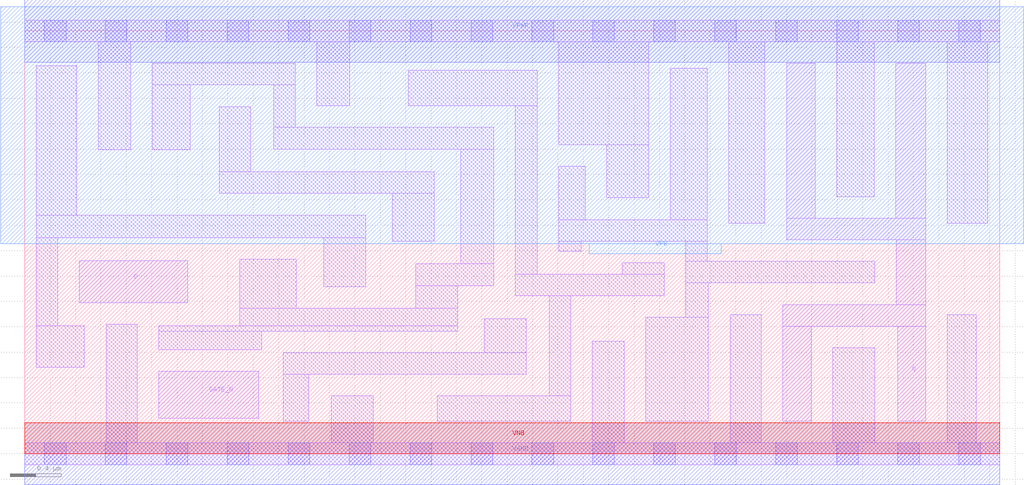
<source format=lef>
# Copyright 2020 The SkyWater PDK Authors
#
# Licensed under the Apache License, Version 2.0 (the "License");
# you may not use this file except in compliance with the License.
# You may obtain a copy of the License at
#
#     https://www.apache.org/licenses/LICENSE-2.0
#
# Unless required by applicable law or agreed to in writing, software
# distributed under the License is distributed on an "AS IS" BASIS,
# WITHOUT WARRANTIES OR CONDITIONS OF ANY KIND, either express or implied.
# See the License for the specific language governing permissions and
# limitations under the License.
#
# SPDX-License-Identifier: Apache-2.0

VERSION 5.7 ;
  NOWIREEXTENSIONATPIN ON ;
  DIVIDERCHAR "/" ;
  BUSBITCHARS "[]" ;
MACRO sky130_fd_sc_lp__dlxtn_4
  CLASS CORE ;
  FOREIGN sky130_fd_sc_lp__dlxtn_4 ;
  ORIGIN  0.000000  0.000000 ;
  SIZE  7.680000 BY  3.330000 ;
  SYMMETRY X Y R90 ;
  SITE unit ;
  PIN D
    ANTENNAGATEAREA  0.159000 ;
    DIRECTION INPUT ;
    USE SIGNAL ;
    PORT
      LAYER li1 ;
        RECT 0.430000 1.190000 1.285000 1.520000 ;
    END
  END D
  PIN Q
    ANTENNADIFFAREA  1.176000 ;
    DIRECTION OUTPUT ;
    USE SIGNAL ;
    PORT
      LAYER li1 ;
        RECT 5.970000 0.255000 6.195000 1.005000 ;
        RECT 5.970000 1.005000 7.095000 1.175000 ;
        RECT 6.000000 1.685000 7.095000 1.855000 ;
        RECT 6.000000 1.855000 6.225000 3.075000 ;
        RECT 6.860000 1.855000 7.095000 3.075000 ;
        RECT 6.865000 1.175000 7.095000 1.685000 ;
        RECT 6.875000 0.255000 7.095000 1.005000 ;
    END
  END Q
  PIN GATE_N
    ANTENNAGATEAREA  0.159000 ;
    DIRECTION INPUT ;
    USE CLOCK ;
    PORT
      LAYER li1 ;
        RECT 1.055000 0.280000 1.845000 0.650000 ;
    END
  END GATE_N
  PIN VGND
    DIRECTION INOUT ;
    USE GROUND ;
    PORT
      LAYER met1 ;
        RECT 0.000000 -0.245000 7.680000 0.245000 ;
    END
  END VGND
  PIN VNB
    DIRECTION INOUT ;
    USE GROUND ;
    PORT
      LAYER pwell ;
        RECT 0.000000 0.000000 7.680000 0.245000 ;
    END
  END VNB
  PIN VPB
    DIRECTION INOUT ;
    USE POWER ;
    PORT
      LAYER nwell ;
        RECT -0.190000 1.655000 7.870000 3.520000 ;
        RECT  4.445000 1.575000 5.485000 1.655000 ;
    END
  END VPB
  PIN VPWR
    DIRECTION INOUT ;
    USE POWER ;
    PORT
      LAYER met1 ;
        RECT 0.000000 3.085000 7.680000 3.575000 ;
    END
  END VPWR
  OBS
    LAYER li1 ;
      RECT 0.000000 -0.085000 7.680000 0.085000 ;
      RECT 0.000000  3.245000 7.680000 3.415000 ;
      RECT 0.090000  0.680000 0.470000 1.010000 ;
      RECT 0.090000  1.010000 0.260000 1.700000 ;
      RECT 0.090000  1.700000 2.685000 1.880000 ;
      RECT 0.090000  1.880000 0.410000 3.055000 ;
      RECT 0.580000  2.395000 0.835000 3.245000 ;
      RECT 0.640000  0.085000 0.885000 1.020000 ;
      RECT 1.005000  2.395000 1.305000 2.905000 ;
      RECT 1.005000  2.905000 2.130000 3.075000 ;
      RECT 1.055000  0.820000 1.865000 0.965000 ;
      RECT 1.055000  0.965000 3.410000 1.010000 ;
      RECT 1.530000  2.050000 3.225000 2.220000 ;
      RECT 1.530000  2.220000 1.780000 2.735000 ;
      RECT 1.695000  1.010000 3.410000 1.145000 ;
      RECT 1.695000  1.145000 2.140000 1.530000 ;
      RECT 1.960000  2.400000 3.695000 2.570000 ;
      RECT 1.960000  2.570000 2.130000 2.905000 ;
      RECT 2.035000  0.255000 2.235000 0.625000 ;
      RECT 2.035000  0.625000 3.950000 0.795000 ;
      RECT 2.300000  2.740000 2.560000 3.245000 ;
      RECT 2.355000  1.315000 2.685000 1.700000 ;
      RECT 2.415000  0.085000 2.745000 0.455000 ;
      RECT 2.895000  1.675000 3.225000 2.050000 ;
      RECT 3.020000  2.740000 4.035000 3.020000 ;
      RECT 3.080000  1.145000 3.410000 1.325000 ;
      RECT 3.080000  1.325000 3.695000 1.495000 ;
      RECT 3.250000  0.255000 4.300000 0.455000 ;
      RECT 3.435000  1.495000 3.695000 2.400000 ;
      RECT 3.620000  0.795000 3.950000 1.065000 ;
      RECT 3.865000  1.245000 5.035000 1.415000 ;
      RECT 3.865000  1.415000 4.035000 2.740000 ;
      RECT 4.130000  0.455000 4.300000 1.245000 ;
      RECT 4.205000  1.595000 4.385000 1.675000 ;
      RECT 4.205000  1.675000 5.375000 1.845000 ;
      RECT 4.205000  1.845000 4.415000 2.265000 ;
      RECT 4.205000  2.435000 4.915000 3.245000 ;
      RECT 4.470000  0.085000 4.720000 0.885000 ;
      RECT 4.585000  2.015000 4.915000 2.435000 ;
      RECT 4.705000  1.415000 5.035000 1.505000 ;
      RECT 4.890000  0.255000 5.385000 1.075000 ;
      RECT 5.085000  1.845000 5.375000 3.035000 ;
      RECT 5.205000  1.075000 5.385000 1.345000 ;
      RECT 5.205000  1.345000 6.695000 1.515000 ;
      RECT 5.205000  1.515000 5.375000 1.675000 ;
      RECT 5.545000  1.815000 5.830000 3.245000 ;
      RECT 5.555000  0.085000 5.800000 1.095000 ;
      RECT 6.365000  0.085000 6.695000 0.835000 ;
      RECT 6.395000  2.025000 6.690000 3.245000 ;
      RECT 7.265000  0.085000 7.495000 1.095000 ;
      RECT 7.265000  1.815000 7.585000 3.245000 ;
    LAYER mcon ;
      RECT 0.155000 -0.085000 0.325000 0.085000 ;
      RECT 0.155000  3.245000 0.325000 3.415000 ;
      RECT 0.635000 -0.085000 0.805000 0.085000 ;
      RECT 0.635000  3.245000 0.805000 3.415000 ;
      RECT 1.115000 -0.085000 1.285000 0.085000 ;
      RECT 1.115000  3.245000 1.285000 3.415000 ;
      RECT 1.595000 -0.085000 1.765000 0.085000 ;
      RECT 1.595000  3.245000 1.765000 3.415000 ;
      RECT 2.075000 -0.085000 2.245000 0.085000 ;
      RECT 2.075000  3.245000 2.245000 3.415000 ;
      RECT 2.555000 -0.085000 2.725000 0.085000 ;
      RECT 2.555000  3.245000 2.725000 3.415000 ;
      RECT 3.035000 -0.085000 3.205000 0.085000 ;
      RECT 3.035000  3.245000 3.205000 3.415000 ;
      RECT 3.515000 -0.085000 3.685000 0.085000 ;
      RECT 3.515000  3.245000 3.685000 3.415000 ;
      RECT 3.995000 -0.085000 4.165000 0.085000 ;
      RECT 3.995000  3.245000 4.165000 3.415000 ;
      RECT 4.475000 -0.085000 4.645000 0.085000 ;
      RECT 4.475000  3.245000 4.645000 3.415000 ;
      RECT 4.955000 -0.085000 5.125000 0.085000 ;
      RECT 4.955000  3.245000 5.125000 3.415000 ;
      RECT 5.435000 -0.085000 5.605000 0.085000 ;
      RECT 5.435000  3.245000 5.605000 3.415000 ;
      RECT 5.915000 -0.085000 6.085000 0.085000 ;
      RECT 5.915000  3.245000 6.085000 3.415000 ;
      RECT 6.395000 -0.085000 6.565000 0.085000 ;
      RECT 6.395000  3.245000 6.565000 3.415000 ;
      RECT 6.875000 -0.085000 7.045000 0.085000 ;
      RECT 6.875000  3.245000 7.045000 3.415000 ;
      RECT 7.355000 -0.085000 7.525000 0.085000 ;
      RECT 7.355000  3.245000 7.525000 3.415000 ;
  END
END sky130_fd_sc_lp__dlxtn_4
END LIBRARY

</source>
